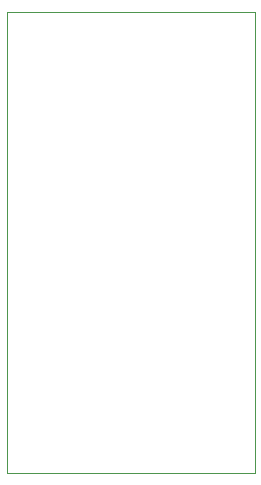
<source format=gbr>
%TF.GenerationSoftware,KiCad,Pcbnew,(5.1.7)-1*%
%TF.CreationDate,2021-02-08T15:15:02+01:00*%
%TF.ProjectId,usbasp16Mhz,75736261-7370-4313-964d-687a2e6b6963,rev?*%
%TF.SameCoordinates,Original*%
%TF.FileFunction,Profile,NP*%
%FSLAX46Y46*%
G04 Gerber Fmt 4.6, Leading zero omitted, Abs format (unit mm)*
G04 Created by KiCad (PCBNEW (5.1.7)-1) date 2021-02-08 15:15:02*
%MOMM*%
%LPD*%
G01*
G04 APERTURE LIST*
%TA.AperFunction,Profile*%
%ADD10C,0.100000*%
%TD*%
G04 APERTURE END LIST*
D10*
X151000000Y-84000000D02*
X151000000Y-123000000D01*
X130000000Y-84000000D02*
X151000000Y-84000000D01*
X130000000Y-123000000D02*
X130000000Y-84000000D01*
X151000000Y-123000000D02*
X130000000Y-123000000D01*
M02*

</source>
